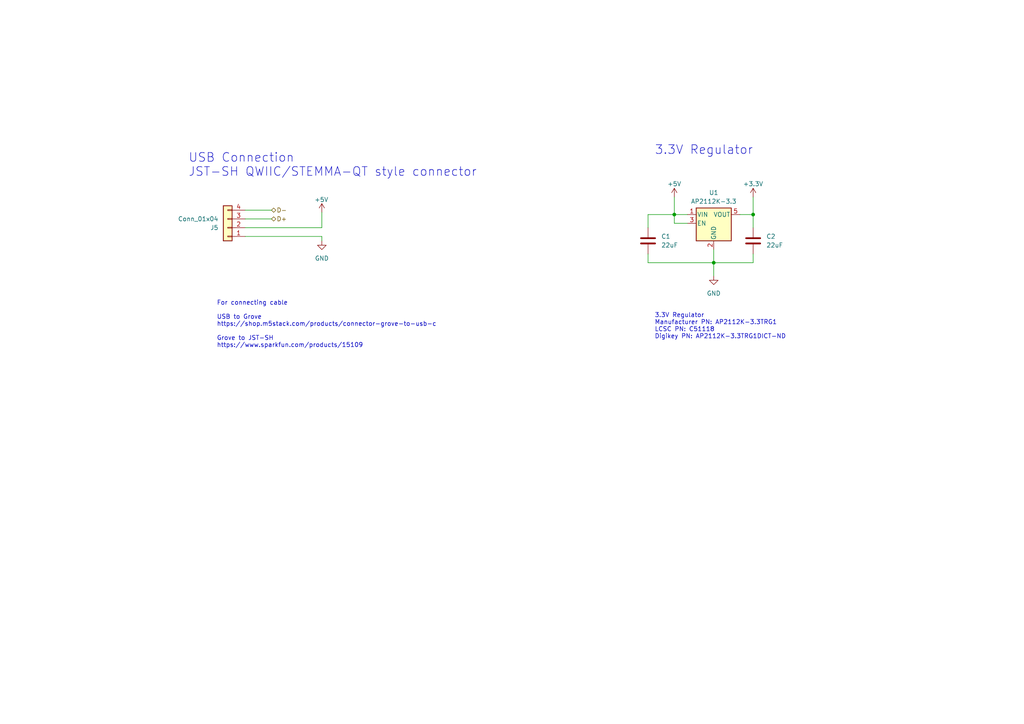
<source format=kicad_sch>
(kicad_sch (version 20230121) (generator eeschema)
  (paper "A4")
  (lib_symbols
    (symbol "Connector_Generic:Conn_01x04" (pin_names (offset 1.016) hide)
      (property "Reference" "J" (at 0 5.08 0))
      (property "Value" "Conn_01x04" (at 0 -7.62 0))
      (symbol "Conn_01x04_1_1"
        (rectangle (start -1.27 -4.953) (end 0 -5.207) (stroke (width 0.1524)))
        (rectangle (start -1.27 -2.413) (end 0 -2.667) (stroke (width 0.1524)))
        (rectangle (start -1.27 0.127) (end 0 -0.127) (stroke (width 0.1524)))
        (rectangle (start -1.27 2.667) (end 0 2.413) (stroke (width 0.1524)))
        (rectangle (start -1.27 3.81) (end 1.27 -6.35) (stroke (width 0.254)) (fill (type background)))
        (pin passive line (at -5.08 2.54 0) (length 3.81) (name "Pin_1") (number "1"))
        (pin passive line (at -5.08 0 0) (length 3.81) (name "Pin_2") (number "2"))
        (pin passive line (at -5.08 -2.54 0) (length 3.81) (name "Pin_3") (number "3"))
        (pin passive line (at -5.08 -5.08 0) (length 3.81) (name "Pin_4") (number "4"))
      )
    )
    (symbol "Device:C" (pin_numbers hide) (pin_names (offset 0.254))
      (property "Reference" "C" (at 0.635 2.54 0))
      (property "Value" "C" (at 0.635 -2.54 0))
      (symbol "C_0_1"
        (polyline (pts (xy -2.032 -0.762) (xy 2.032 -0.762)) (stroke (width 0.508)))
        (polyline (pts (xy -2.032 0.762) (xy 2.032 0.762)) (stroke (width 0.508)))
      )
      (symbol "C_1_1"
        (pin passive line (at 0 3.81 270) (length 2.794) (name "~") (number "1"))
        (pin passive line (at 0 -3.81 90) (length 2.794) (name "~") (number "2"))
      )
    )
    (symbol "Regulator_Linear:AP2112K-3.3" (pin_names (offset 0.254))
      (property "Reference" "U" (at -5.08 5.715 0))
      (property "Value" "AP2112K-3.3" (at 0 5.715 0))
      (symbol "AP2112K-3.3_0_1"
        (rectangle (start -5.08 4.445) (end 5.08 -5.08) (stroke (width 0.254)) (fill (type background)))
      )
      (symbol "AP2112K-3.3_1_1"
        (pin power_in line (at -7.62 2.54 0) (length 2.54) (name "VIN") (number "1"))
        (pin power_in line (at 0 -7.62 90) (length 2.54) (name "GND") (number "2"))
        (pin input line (at -7.62 0 0) (length 2.54) (name "EN") (number "3"))
        (pin no_connect line (at 5.08 0 180) (length 2.54) hide (name "NC") (number "4"))
        (pin power_out line (at 7.62 2.54 180) (length 2.54) (name "VOUT") (number "5"))
      )
    )
    (symbol "power:+3.3V" (power) (pin_names (offset 0))
      (property "Value" "+3.3V" (at 0 3.556 0))
      (symbol "+3.3V_0_1"
        (polyline (pts (xy -0.762 1.27) (xy 0 2.54)))
        (polyline (pts (xy 0 0) (xy 0 2.54)))
        (polyline (pts (xy 0 2.54) (xy 0.762 1.27)))
      )
      (symbol "+3.3V_1_1"
        (pin power_in line (at 0 0 90) (length 0) hide (name "+3.3V") (number "1"))
      )
    )
    (symbol "power:+5V" (power) (pin_names (offset 0))
      (property "Value" "+5V" (at 0 3.556 0))
      (symbol "+5V_0_1"
        (polyline (pts (xy -0.762 1.27) (xy 0 2.54)))
        (polyline (pts (xy 0 0) (xy 0 2.54)))
        (polyline (pts (xy 0 2.54) (xy 0.762 1.27)))
      )
      (symbol "+5V_1_1"
        (pin power_in line (at 0 0 90) (length 0) hide (name "+5V") (number "1"))
      )
    )
    (symbol "power:GND" (power) (pin_names (offset 0))
      (property "Value" "GND" (at 0 -3.81 0))
      (symbol "GND_0_1"
        (polyline (pts (xy 0 0) (xy 0 -1.27) (xy 1.27 -1.27) (xy 0 -2.54) (xy -1.27 -1.27) (xy 0 -1.27)))
      )
      (symbol "GND_1_1"
        (pin power_in line (at 0 0 270) (length 0) hide (name "GND") (number "1"))
      )
    )
  )
  (junction (at 218.44 62.23))
  (junction (at 195.58 62.23))
  (junction (at 207.01 76.2))
  (wire (pts (xy 195.58 62.23) (xy 187.96 62.23)))
  (wire (pts (xy 187.96 73.66) (xy 187.96 76.2)))
  (wire (pts (xy 195.58 64.77) (xy 195.58 62.23)))
  (wire (pts (xy 195.58 57.15) (xy 195.58 62.23)))
  (wire (pts (xy 218.44 57.15) (xy 218.44 62.23)))
  (wire (pts (xy 207.01 76.2) (xy 207.01 72.39)))
  (wire (pts (xy 187.96 62.23) (xy 187.96 66.04)))
  (wire (pts (xy 71.12 63.5) (xy 78.74 63.5)))
  (wire (pts (xy 218.44 73.66) (xy 218.44 76.2)))
  (wire (pts (xy 207.01 76.2) (xy 207.01 80.01)))
  (wire (pts (xy 187.96 76.2) (xy 207.01 76.2)))
  (wire (pts (xy 71.12 66.04) (xy 93.345 66.04)))
  (wire (pts (xy 71.12 60.96) (xy 78.74 60.96)))
  (wire (pts (xy 218.44 76.2) (xy 207.01 76.2)))
  (wire (pts (xy 199.39 64.77) (xy 195.58 64.77)))
  (wire (pts (xy 93.345 68.58) (xy 93.345 69.85)))
  (wire (pts (xy 218.44 62.23) (xy 218.44 66.04)))
  (wire (pts (xy 71.12 68.58) (xy 93.345 68.58)))
  (wire (pts (xy 214.63 62.23) (xy 218.44 62.23)))
  (wire (pts (xy 199.39 62.23) (xy 195.58 62.23)))
  (wire (pts (xy 93.345 61.595) (xy 93.345 66.04)))
  (text "USB Connection\nJST-SH QWIIC/STEMMA-QT style connector" (at 54.61 51.435 0) (effects (font (size 2.54 2.54)) (justify left bottom)))
  (text "For connecting cable\n\nUSB to Grove \nhttps://shop.m5stack.com/products/connector-grove-to-usb-c\n\nGrove to JST-SH \nhttps://www.sparkfun.com/products/15109" (at 62.865 100.965 0) (effects (font (size 1.27 1.27)) (justify left bottom)))
  (text "3.3V Regulator" (at 189.865 45.085 0) (effects (font (size 2.54 2.54)) (justify left bottom)))
  (text "3.3V Regulator\nManufacturer PN: AP2112K-3.3TRG1\nLCSC PN: C51118\nDigikey PN: AP2112K-3.3TRG1DICT-ND " (at 189.865 98.425 0) (effects (font (size 1.27 1.27)) (justify left bottom)))
  (hierarchical_label "D-" (shape bidirectional) (at 78.74 60.96 0))
  (hierarchical_label "D+" (shape bidirectional) (at 78.74 63.5 0))
  (symbol (lib_id "power:GND") (at 93.345 69.85 0) (unit 1)
    (property "Reference" "#PWR077" (effects hide))
    (property "Value" "GND" (at 93.345 74.93 0))
  )
  (symbol (lib_id "power:+3.3V") (at 218.44 57.15 0) (mirror y) (unit 1)
    (property "Reference" "#PWR075" (effects hide))
    (property "Value" "+3.3V" (at 218.44 53.34 0))
  )
  (symbol (lib_id "power:+5V") (at 93.345 61.595 0) (unit 1)
    (property "Reference" "#PWR018" (effects hide))
    (property "Value" "+5V" (at 93.218 57.912 0))
  )
  (symbol (lib_id "power:+5V") (at 195.58 57.15 0) (unit 1)
    (property "Reference" "#PWR074" (effects hide))
    (property "Value" "+5V" (at 195.58 53.34 0))
  )
  (symbol (lib_id "Device:C") (at 187.96 69.85 0) (unit 1)
    (property "Reference" "C1" (at 191.77 68.58 0) (effects (justify left)))
    (property "Value" "22uF" (at 191.77 71.12 0) (effects (justify left)))
    (property "Footprint" "panel_custom:C_0402_1005Metric" (effects hide))
  )
  (symbol (lib_id "Connector_Generic:Conn_01x04") (at 66.04 66.04 180) (unit 1)
    (property "Reference" "J5" (at 63.373 66.04 0) (effects (justify left)))
    (property "Value" "Conn_01x04" (at 63.373 63.5 0) (effects (justify left)))
    (property "Footprint" "panel_custom:JST_SH_SM04B-SRSS-TB_1x04-1MP_P1.00mm_Horizontal" (effects hide))
  )
  (symbol (lib_id "Device:C") (at 218.44 69.85 0) (unit 1)
    (property "Reference" "C2" (at 222.25 68.58 0) (effects (justify left)))
    (property "Value" "22uF" (at 222.25 71.12 0) (effects (justify left)))
    (property "Footprint" "panel_custom:C_0402_1005Metric" (effects hide))
  )
  (symbol (lib_id "Regulator_Linear:AP2112K-3.3") (at 207.01 64.77 0) (unit 1)
    (property "Reference" "U1" (at 207.01 55.88 0))
    (property "Value" "AP2112K-3.3" (at 207.01 58.42 0))
    (property "Footprint" "Package_TO_SOT_SMD:SOT-23-5" (effects hide))
    (property "Datasheet" "https://www.diodes.com/assets/Datasheets/AP2112.pdf" (effects hide))
  )
  (symbol (lib_id "power:GND") (at 207.01 80.01 0) (unit 1)
    (property "Reference" "#PWR076" (effects hide))
    (property "Value" "GND" (at 207.01 85.09 0))
  )
)
</source>
